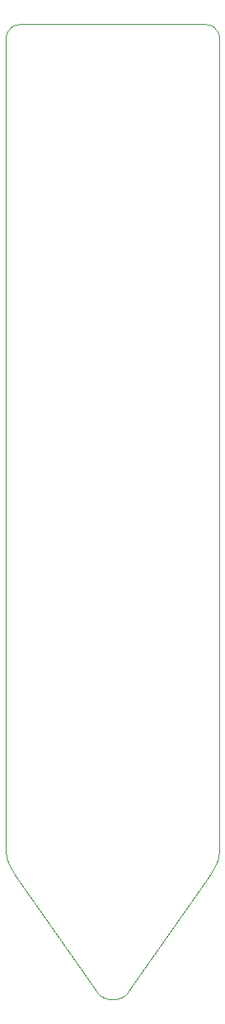
<source format=gm1>
G04*
G04 #@! TF.GenerationSoftware,Altium Limited,Altium Designer,19.1.5 (86)*
G04*
G04 Layer_Color=16711935*
%FSLAX25Y25*%
%MOIN*%
G70*
G01*
G75*
%ADD15C,0.00050*%
D15*
X83079Y50936D02*
X83633Y51771D01*
X84143Y52633D01*
X84609Y53520D01*
X85029Y54430D01*
X85403Y55360D01*
X85728Y56307D01*
X86005Y57270D01*
X86233Y58246D01*
X86410Y59232D01*
X86537Y60226D01*
X86614Y61225D01*
X86639Y62227D01*
X36882Y3383D02*
X37511Y2596D01*
X38236Y1897D01*
X39044Y1295D01*
X39922Y802D01*
X40855Y425D01*
X41830Y170D01*
X42829Y41D01*
X43836D01*
X44835Y170D01*
X45809Y425D01*
X46743Y802D01*
X47621Y1295D01*
X48428Y1897D01*
X49153Y2596D01*
X49782Y3383D01*
X25Y62227D02*
X51Y61225D01*
X127Y60226D01*
X254Y59232D01*
X432Y58246D01*
X659Y57270D01*
X936Y56307D01*
X1262Y55360D01*
X1635Y54430D01*
X2055Y53520D01*
X2521Y52633D01*
X3031Y51771D01*
X3585Y50936D01*
X5931Y393726D02*
X4905Y393636D01*
X3911Y393370D01*
X2978Y392935D01*
X2135Y392344D01*
X1407Y391616D01*
X816Y390773D01*
X381Y389840D01*
X115Y388846D01*
X25Y387820D01*
X86639Y387820D02*
X86550Y388846D01*
X86283Y389840D01*
X85848Y390773D01*
X85258Y391616D01*
X84530Y392344D01*
X83686Y392935D01*
X82753Y393370D01*
X81759Y393636D01*
X80734Y393726D01*
X86639Y62227D02*
Y387820D01*
X49782Y3383D02*
X83079Y50936D01*
X3585D02*
X36882Y3383D01*
X25Y62227D02*
Y387820D01*
X5931Y393726D02*
X80734D01*
X83079Y50936D02*
X83633Y51771D01*
X84143Y52633D01*
X84609Y53520D01*
X85029Y54430D01*
X85403Y55360D01*
X85728Y56307D01*
X86005Y57270D01*
X86233Y58246D01*
X86410Y59232D01*
X86537Y60226D01*
X86614Y61225D01*
X86639Y62227D01*
X36882Y3383D02*
X37511Y2596D01*
X38236Y1897D01*
X39044Y1295D01*
X39922Y802D01*
X40855Y425D01*
X41830Y170D01*
X42829Y41D01*
X43836D01*
X44835Y170D01*
X45809Y425D01*
X46743Y802D01*
X47621Y1295D01*
X48428Y1897D01*
X49153Y2596D01*
X49782Y3383D01*
X25Y62227D02*
X51Y61225D01*
X127Y60226D01*
X254Y59232D01*
X432Y58246D01*
X659Y57270D01*
X936Y56307D01*
X1262Y55360D01*
X1635Y54430D01*
X2055Y53520D01*
X2521Y52633D01*
X3031Y51771D01*
X3585Y50936D01*
X5931Y393726D02*
X4905Y393636D01*
X3911Y393370D01*
X2978Y392935D01*
X2135Y392344D01*
X1407Y391616D01*
X816Y390773D01*
X381Y389840D01*
X115Y388846D01*
X25Y387820D01*
X86639Y387820D02*
X86550Y388846D01*
X86283Y389840D01*
X85848Y390773D01*
X85258Y391616D01*
X84530Y392344D01*
X83686Y392935D01*
X82753Y393370D01*
X81759Y393636D01*
X80734Y393726D01*
X86639Y62227D02*
Y387820D01*
X49782Y3383D02*
X83079Y50936D01*
X3585D02*
X36882Y3383D01*
X25Y62227D02*
Y387820D01*
X5931Y393726D02*
X80734D01*
M02*

</source>
